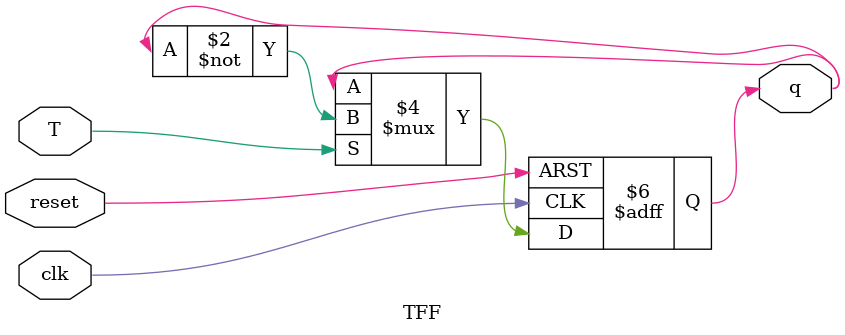
<source format=v>
module TFF(input wire T,input wire clk,input wire reset,output reg q);
  always @(posedge clk or posedge reset)begin
    if(reset)
      q<=1'b0;
    else if(T)
    q<=~q;
    else
      q<=q;
  end
endmodule

    

</source>
